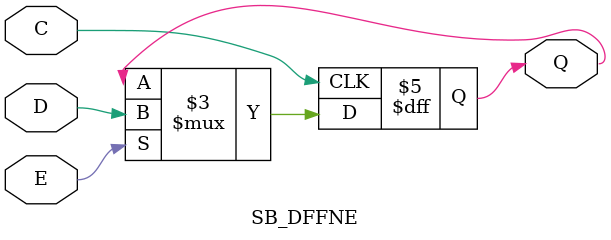
<source format=v>
module SB_DFFNE (output Q, input C, E, D);
	reg Q = 0;
	always @(negedge C)
		if (E)
			Q <= D;
endmodule

</source>
